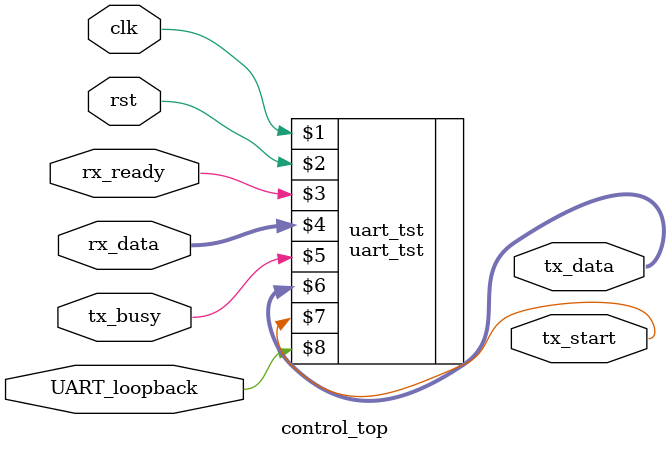
<source format=v>
module control_top(
    input clk,
    input wire rst,
    output [7:0] tx_data,
    output tx_start,
    input tx_busy,
    input [7:0] rx_data,
    input rx_ready,
    input UART_loopback // 0: normal mode, 1: loop back for simulations
);

    uart_tst uart_tst(clk,rst,rx_ready,rx_data,tx_busy,tx_data,tx_start,UART_loopback); // NEW UART
    
endmodule
</source>
